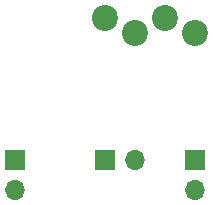
<source format=gbr>
%TF.GenerationSoftware,KiCad,Pcbnew,(6.0.5-0)*%
%TF.CreationDate,2022-10-30T23:15:50-07:00*%
%TF.ProjectId,teensy-4-can1,7465656e-7379-42d3-942d-63616e312e6b,rev?*%
%TF.SameCoordinates,PX8a12ae0PY695f190*%
%TF.FileFunction,Soldermask,Bot*%
%TF.FilePolarity,Negative*%
%FSLAX46Y46*%
G04 Gerber Fmt 4.6, Leading zero omitted, Abs format (unit mm)*
G04 Created by KiCad (PCBNEW (6.0.5-0)) date 2022-10-30 23:15:50*
%MOMM*%
%LPD*%
G01*
G04 APERTURE LIST*
%ADD10C,2.200000*%
%ADD11R,1.700000X1.700000*%
%ADD12O,1.700000X1.700000*%
G04 APERTURE END LIST*
D10*
%TO.C,REF\u002A\u002A*%
X8890000Y46355000D03*
%TD*%
%TO.C,REF\u002A\u002A*%
X11430000Y45085000D03*
%TD*%
%TO.C,REF\u002A\u002A*%
X13970000Y46355000D03*
%TD*%
%TO.C,REF\u002A\u002A*%
X16510000Y45085000D03*
%TD*%
D11*
%TO.C,REF\u002A\u002A*%
X8890000Y34290000D03*
D12*
X11430000Y34290000D03*
%TD*%
D11*
%TO.C,REF\u002A\u002A*%
X16510000Y34290000D03*
D12*
X16510000Y31750000D03*
%TD*%
D11*
%TO.C,REF\u002A\u002A*%
X1270000Y34290000D03*
D12*
X1270000Y31750000D03*
%TD*%
M02*

</source>
